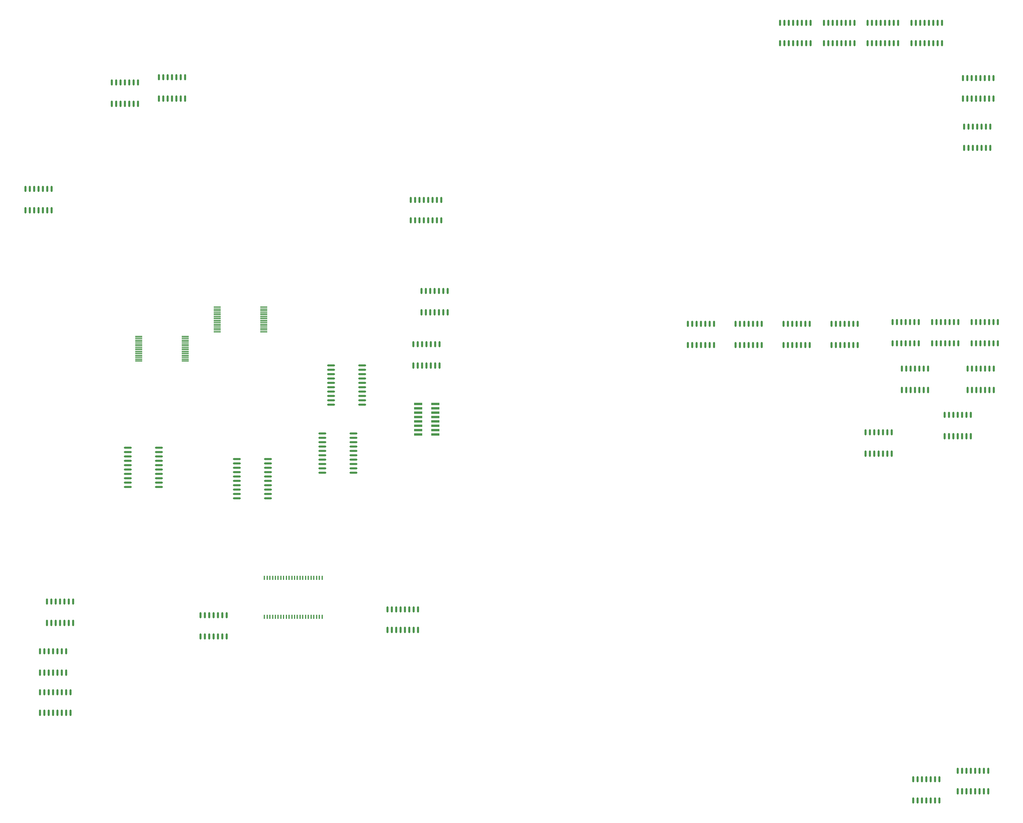
<source format=gtp>
G04 Layer: TopPasteMaskLayer*
G04 EasyEDA v6.4.25, 2021-12-08T18:35:49--6:00*
G04 986698a7ba0b47aaa227ef1f9665312c,06444aca9169495d970130cf6b44ba93,10*
G04 Gerber Generator version 0.2*
G04 Scale: 100 percent, Rotated: No, Reflected: No *
G04 Dimensions in millimeters *
G04 leading zeros omitted , absolute positions ,4 integer and 5 decimal *
%FSLAX45Y45*%
%MOMM*%

%ADD12C,0.6000*%
%ADD15R,2.0000X0.3500*%
%ADD16R,2.4003X0.8001*%
%ADD17R,0.4572X1.3081*%

%LPD*%
D12*
X3162300Y-4573579D02*
G01*
X3162300Y-4453580D01*
X3289300Y-4573579D02*
G01*
X3289300Y-4453580D01*
X3416300Y-4573579D02*
G01*
X3416300Y-4453580D01*
X3543300Y-4573579D02*
G01*
X3543300Y-4453580D01*
X3670300Y-4573579D02*
G01*
X3670300Y-4453580D01*
X3797300Y-4573579D02*
G01*
X3797300Y-4453580D01*
X3924300Y-4573579D02*
G01*
X3924300Y-4453580D01*
X3162300Y-3953819D02*
G01*
X3162300Y-3833820D01*
X3289300Y-3953819D02*
G01*
X3289300Y-3833820D01*
X3416300Y-3953819D02*
G01*
X3416300Y-3833820D01*
X3543300Y-3953819D02*
G01*
X3543300Y-3833820D01*
X3670300Y-3953819D02*
G01*
X3670300Y-3833820D01*
X3797300Y-3953819D02*
G01*
X3797300Y-3833820D01*
X3924300Y-3953819D02*
G01*
X3924300Y-3833820D01*
X647725Y-7672379D02*
G01*
X647725Y-7552380D01*
X774725Y-7672379D02*
G01*
X774725Y-7552380D01*
X901725Y-7672379D02*
G01*
X901725Y-7552380D01*
X1028725Y-7672379D02*
G01*
X1028725Y-7552380D01*
X1155725Y-7672379D02*
G01*
X1155725Y-7552380D01*
X1282725Y-7672379D02*
G01*
X1282725Y-7552380D01*
X1409725Y-7672379D02*
G01*
X1409725Y-7552380D01*
X647725Y-7052619D02*
G01*
X647725Y-6932620D01*
X774725Y-7052619D02*
G01*
X774725Y-6932620D01*
X901725Y-7052619D02*
G01*
X901725Y-6932620D01*
X1028725Y-7052619D02*
G01*
X1028725Y-6932620D01*
X1155725Y-7052619D02*
G01*
X1155725Y-6932620D01*
X1282725Y-7052619D02*
G01*
X1282725Y-6932620D01*
X1409725Y-7052619D02*
G01*
X1409725Y-6932620D01*
X11938000Y-12193579D02*
G01*
X11938000Y-12073580D01*
X12065000Y-12193579D02*
G01*
X12065000Y-12073580D01*
X12192000Y-12193579D02*
G01*
X12192000Y-12073580D01*
X12319000Y-12193579D02*
G01*
X12319000Y-12073580D01*
X12446000Y-12193579D02*
G01*
X12446000Y-12073580D01*
X12573000Y-12193579D02*
G01*
X12573000Y-12073580D01*
X12700000Y-12193579D02*
G01*
X12700000Y-12073580D01*
X11938000Y-11573819D02*
G01*
X11938000Y-11453820D01*
X12065000Y-11573819D02*
G01*
X12065000Y-11453820D01*
X12192000Y-11573819D02*
G01*
X12192000Y-11453820D01*
X12319000Y-11573819D02*
G01*
X12319000Y-11453820D01*
X12446000Y-11573819D02*
G01*
X12446000Y-11453820D01*
X12573000Y-11573819D02*
G01*
X12573000Y-11453820D01*
X12700000Y-11573819D02*
G01*
X12700000Y-11453820D01*
X3536711Y-14528800D02*
G01*
X3706710Y-14528800D01*
X3536711Y-14655800D02*
G01*
X3706710Y-14655800D01*
X3536711Y-14782800D02*
G01*
X3706710Y-14782800D01*
X3536711Y-14909800D02*
G01*
X3706710Y-14909800D01*
X3536711Y-15036800D02*
G01*
X3706710Y-15036800D01*
X3536711Y-15163800D02*
G01*
X3706710Y-15163800D01*
X3536711Y-15290800D02*
G01*
X3706710Y-15290800D01*
X3536711Y-15417800D02*
G01*
X3706710Y-15417800D01*
X3536711Y-15544800D02*
G01*
X3706710Y-15544800D01*
X3536711Y-15671800D02*
G01*
X3706710Y-15671800D01*
X4446689Y-14528800D02*
G01*
X4616688Y-14528800D01*
X4446689Y-14655800D02*
G01*
X4616688Y-14655800D01*
X4446689Y-14782800D02*
G01*
X4616688Y-14782800D01*
X4446689Y-14909800D02*
G01*
X4616688Y-14909800D01*
X4446689Y-15036800D02*
G01*
X4616688Y-15036800D01*
X4446689Y-15163800D02*
G01*
X4616688Y-15163800D01*
X4446689Y-15290800D02*
G01*
X4616688Y-15290800D01*
X4446689Y-15417800D02*
G01*
X4616688Y-15417800D01*
X4446689Y-15544800D02*
G01*
X4616688Y-15544800D01*
X4446689Y-15671800D02*
G01*
X4616688Y-15671800D01*
X9454911Y-12128500D02*
G01*
X9624910Y-12128500D01*
X9454911Y-12255500D02*
G01*
X9624910Y-12255500D01*
X9454911Y-12382500D02*
G01*
X9624910Y-12382500D01*
X9454911Y-12509500D02*
G01*
X9624910Y-12509500D01*
X9454911Y-12636500D02*
G01*
X9624910Y-12636500D01*
X9454911Y-12763500D02*
G01*
X9624910Y-12763500D01*
X9454911Y-12890500D02*
G01*
X9624910Y-12890500D01*
X9454911Y-13017500D02*
G01*
X9624910Y-13017500D01*
X9454911Y-13144500D02*
G01*
X9624910Y-13144500D01*
X9454911Y-13271500D02*
G01*
X9624910Y-13271500D01*
X10364889Y-12128500D02*
G01*
X10534888Y-12128500D01*
X10364889Y-12255500D02*
G01*
X10534888Y-12255500D01*
X10364889Y-12382500D02*
G01*
X10534888Y-12382500D01*
X10364889Y-12509500D02*
G01*
X10534888Y-12509500D01*
X10364889Y-12636500D02*
G01*
X10534888Y-12636500D01*
X10364889Y-12763500D02*
G01*
X10534888Y-12763500D01*
X10364889Y-12890500D02*
G01*
X10534888Y-12890500D01*
X10364889Y-13017500D02*
G01*
X10534888Y-13017500D01*
X10364889Y-13144500D02*
G01*
X10534888Y-13144500D01*
X10364889Y-13271500D02*
G01*
X10534888Y-13271500D01*
X6711711Y-14859000D02*
G01*
X6881710Y-14859000D01*
X6711711Y-14986000D02*
G01*
X6881710Y-14986000D01*
X6711711Y-15113000D02*
G01*
X6881710Y-15113000D01*
X6711711Y-15240000D02*
G01*
X6881710Y-15240000D01*
X6711711Y-15367000D02*
G01*
X6881710Y-15367000D01*
X6711711Y-15494000D02*
G01*
X6881710Y-15494000D01*
X6711711Y-15621000D02*
G01*
X6881710Y-15621000D01*
X6711711Y-15748000D02*
G01*
X6881710Y-15748000D01*
X6711711Y-15875000D02*
G01*
X6881710Y-15875000D01*
X6711711Y-16002000D02*
G01*
X6881710Y-16002000D01*
X7621689Y-14859000D02*
G01*
X7791688Y-14859000D01*
X7621689Y-14986000D02*
G01*
X7791688Y-14986000D01*
X7621689Y-15113000D02*
G01*
X7791688Y-15113000D01*
X7621689Y-15240000D02*
G01*
X7791688Y-15240000D01*
X7621689Y-15367000D02*
G01*
X7791688Y-15367000D01*
X7621689Y-15494000D02*
G01*
X7791688Y-15494000D01*
X7621689Y-15621000D02*
G01*
X7791688Y-15621000D01*
X7621689Y-15748000D02*
G01*
X7791688Y-15748000D01*
X7621689Y-15875000D02*
G01*
X7791688Y-15875000D01*
X7621689Y-16002000D02*
G01*
X7791688Y-16002000D01*
X9200911Y-14109700D02*
G01*
X9370910Y-14109700D01*
X9200911Y-14236700D02*
G01*
X9370910Y-14236700D01*
X9200911Y-14363700D02*
G01*
X9370910Y-14363700D01*
X9200911Y-14490700D02*
G01*
X9370910Y-14490700D01*
X9200911Y-14617700D02*
G01*
X9370910Y-14617700D01*
X9200911Y-14744700D02*
G01*
X9370910Y-14744700D01*
X9200911Y-14871700D02*
G01*
X9370910Y-14871700D01*
X9200911Y-14998700D02*
G01*
X9370910Y-14998700D01*
X9200911Y-15125700D02*
G01*
X9370910Y-15125700D01*
X9200911Y-15252700D02*
G01*
X9370910Y-15252700D01*
X10110889Y-14109700D02*
G01*
X10280888Y-14109700D01*
X10110889Y-14236700D02*
G01*
X10280888Y-14236700D01*
X10110889Y-14363700D02*
G01*
X10280888Y-14363700D01*
X10110889Y-14490700D02*
G01*
X10280888Y-14490700D01*
X10110889Y-14617700D02*
G01*
X10280888Y-14617700D01*
X10110889Y-14744700D02*
G01*
X10280888Y-14744700D01*
X10110889Y-14871700D02*
G01*
X10280888Y-14871700D01*
X10110889Y-14998700D02*
G01*
X10280888Y-14998700D01*
X10110889Y-15125700D02*
G01*
X10280888Y-15125700D01*
X10110889Y-15252700D02*
G01*
X10280888Y-15252700D01*
X24781941Y-2213919D02*
G01*
X24781941Y-2093920D01*
X24654941Y-2213919D02*
G01*
X24654941Y-2093920D01*
X24527941Y-2213919D02*
G01*
X24527941Y-2093920D01*
X24400941Y-2213919D02*
G01*
X24400941Y-2093920D01*
X24273941Y-2213919D02*
G01*
X24273941Y-2093920D01*
X24146941Y-2213919D02*
G01*
X24146941Y-2093920D01*
X24019941Y-2213919D02*
G01*
X24019941Y-2093920D01*
X23892941Y-2213919D02*
G01*
X23892941Y-2093920D01*
X24781941Y-2808279D02*
G01*
X24781941Y-2688280D01*
X24654941Y-2808279D02*
G01*
X24654941Y-2688280D01*
X24527941Y-2808279D02*
G01*
X24527941Y-2688280D01*
X24400941Y-2808279D02*
G01*
X24400941Y-2688280D01*
X24273941Y-2808279D02*
G01*
X24273941Y-2688280D01*
X24146941Y-2808279D02*
G01*
X24146941Y-2688280D01*
X24019941Y-2808279D02*
G01*
X24019941Y-2688280D01*
X23892941Y-2808279D02*
G01*
X23892941Y-2688280D01*
X23507700Y-2213919D02*
G01*
X23507700Y-2093920D01*
X23380700Y-2213919D02*
G01*
X23380700Y-2093920D01*
X23253700Y-2213919D02*
G01*
X23253700Y-2093920D01*
X23126700Y-2213919D02*
G01*
X23126700Y-2093920D01*
X22999700Y-2213919D02*
G01*
X22999700Y-2093920D01*
X22872700Y-2213919D02*
G01*
X22872700Y-2093920D01*
X22745700Y-2213919D02*
G01*
X22745700Y-2093920D01*
X22618700Y-2213919D02*
G01*
X22618700Y-2093920D01*
X23507700Y-2808279D02*
G01*
X23507700Y-2688280D01*
X23380700Y-2808279D02*
G01*
X23380700Y-2688280D01*
X23253700Y-2808279D02*
G01*
X23253700Y-2688280D01*
X23126700Y-2808279D02*
G01*
X23126700Y-2688280D01*
X22999700Y-2808279D02*
G01*
X22999700Y-2688280D01*
X22872700Y-2808279D02*
G01*
X22872700Y-2688280D01*
X22745700Y-2808279D02*
G01*
X22745700Y-2688280D01*
X22618700Y-2808279D02*
G01*
X22618700Y-2688280D01*
X27330400Y-2213919D02*
G01*
X27330400Y-2093920D01*
X27203400Y-2213919D02*
G01*
X27203400Y-2093920D01*
X27076400Y-2213919D02*
G01*
X27076400Y-2093920D01*
X26949400Y-2213919D02*
G01*
X26949400Y-2093920D01*
X26822400Y-2213919D02*
G01*
X26822400Y-2093920D01*
X26695400Y-2213919D02*
G01*
X26695400Y-2093920D01*
X26568400Y-2213919D02*
G01*
X26568400Y-2093920D01*
X26441400Y-2213919D02*
G01*
X26441400Y-2093920D01*
X27330400Y-2808279D02*
G01*
X27330400Y-2688280D01*
X27203400Y-2808279D02*
G01*
X27203400Y-2688280D01*
X27076400Y-2808279D02*
G01*
X27076400Y-2688280D01*
X26949400Y-2808279D02*
G01*
X26949400Y-2688280D01*
X26822400Y-2808279D02*
G01*
X26822400Y-2688280D01*
X26695400Y-2808279D02*
G01*
X26695400Y-2688280D01*
X26568400Y-2808279D02*
G01*
X26568400Y-2688280D01*
X26441400Y-2808279D02*
G01*
X26441400Y-2688280D01*
X26056158Y-2213919D02*
G01*
X26056158Y-2093920D01*
X25929158Y-2213919D02*
G01*
X25929158Y-2093920D01*
X25802158Y-2213919D02*
G01*
X25802158Y-2093920D01*
X25675158Y-2213919D02*
G01*
X25675158Y-2093920D01*
X25548158Y-2213919D02*
G01*
X25548158Y-2093920D01*
X25421158Y-2213919D02*
G01*
X25421158Y-2093920D01*
X25294158Y-2213919D02*
G01*
X25294158Y-2093920D01*
X25167158Y-2213919D02*
G01*
X25167158Y-2093920D01*
X26056158Y-2808279D02*
G01*
X26056158Y-2688280D01*
X25929158Y-2808279D02*
G01*
X25929158Y-2688280D01*
X25802158Y-2808279D02*
G01*
X25802158Y-2688280D01*
X25675158Y-2808279D02*
G01*
X25675158Y-2688280D01*
X25548158Y-2808279D02*
G01*
X25548158Y-2688280D01*
X25421158Y-2808279D02*
G01*
X25421158Y-2688280D01*
X25294158Y-2808279D02*
G01*
X25294158Y-2688280D01*
X25167158Y-2808279D02*
G01*
X25167158Y-2688280D01*
X19928103Y-11596679D02*
G01*
X19928103Y-11476680D01*
X20055103Y-11596679D02*
G01*
X20055103Y-11476680D01*
X20182103Y-11596679D02*
G01*
X20182103Y-11476680D01*
X20309103Y-11596679D02*
G01*
X20309103Y-11476680D01*
X20436103Y-11596679D02*
G01*
X20436103Y-11476680D01*
X20563103Y-11596679D02*
G01*
X20563103Y-11476680D01*
X20690103Y-11596679D02*
G01*
X20690103Y-11476680D01*
X19928103Y-10976919D02*
G01*
X19928103Y-10856920D01*
X20055103Y-10976919D02*
G01*
X20055103Y-10856920D01*
X20182103Y-10976919D02*
G01*
X20182103Y-10856920D01*
X20309103Y-10976919D02*
G01*
X20309103Y-10856920D01*
X20436103Y-10976919D02*
G01*
X20436103Y-10856920D01*
X20563103Y-10976919D02*
G01*
X20563103Y-10856920D01*
X20690103Y-10976919D02*
G01*
X20690103Y-10856920D01*
X21323300Y-11596679D02*
G01*
X21323300Y-11476680D01*
X21450300Y-11596679D02*
G01*
X21450300Y-11476680D01*
X21577300Y-11596679D02*
G01*
X21577300Y-11476680D01*
X21704300Y-11596679D02*
G01*
X21704300Y-11476680D01*
X21831300Y-11596679D02*
G01*
X21831300Y-11476680D01*
X21958300Y-11596679D02*
G01*
X21958300Y-11476680D01*
X22085300Y-11596679D02*
G01*
X22085300Y-11476680D01*
X21323300Y-10976919D02*
G01*
X21323300Y-10856920D01*
X21450300Y-10976919D02*
G01*
X21450300Y-10856920D01*
X21577300Y-10976919D02*
G01*
X21577300Y-10856920D01*
X21704300Y-10976919D02*
G01*
X21704300Y-10856920D01*
X21831300Y-10976919D02*
G01*
X21831300Y-10856920D01*
X21958300Y-10976919D02*
G01*
X21958300Y-10856920D01*
X22085300Y-10976919D02*
G01*
X22085300Y-10856920D01*
X22718496Y-11596679D02*
G01*
X22718496Y-11476680D01*
X22845496Y-11596679D02*
G01*
X22845496Y-11476680D01*
X22972496Y-11596679D02*
G01*
X22972496Y-11476680D01*
X23099496Y-11596679D02*
G01*
X23099496Y-11476680D01*
X23226496Y-11596679D02*
G01*
X23226496Y-11476680D01*
X23353496Y-11596679D02*
G01*
X23353496Y-11476680D01*
X23480496Y-11596679D02*
G01*
X23480496Y-11476680D01*
X22718496Y-10976919D02*
G01*
X22718496Y-10856920D01*
X22845496Y-10976919D02*
G01*
X22845496Y-10856920D01*
X22972496Y-10976919D02*
G01*
X22972496Y-10856920D01*
X23099496Y-10976919D02*
G01*
X23099496Y-10856920D01*
X23226496Y-10976919D02*
G01*
X23226496Y-10856920D01*
X23353496Y-10976919D02*
G01*
X23353496Y-10856920D01*
X23480496Y-10976919D02*
G01*
X23480496Y-10856920D01*
X24113667Y-11596679D02*
G01*
X24113667Y-11476680D01*
X24240667Y-11596679D02*
G01*
X24240667Y-11476680D01*
X24367667Y-11596679D02*
G01*
X24367667Y-11476680D01*
X24494667Y-11596679D02*
G01*
X24494667Y-11476680D01*
X24621667Y-11596679D02*
G01*
X24621667Y-11476680D01*
X24748667Y-11596679D02*
G01*
X24748667Y-11476680D01*
X24875667Y-11596679D02*
G01*
X24875667Y-11476680D01*
X24113667Y-10976919D02*
G01*
X24113667Y-10856920D01*
X24240667Y-10976919D02*
G01*
X24240667Y-10856920D01*
X24367667Y-10976919D02*
G01*
X24367667Y-10856920D01*
X24494667Y-10976919D02*
G01*
X24494667Y-10856920D01*
X24621667Y-10976919D02*
G01*
X24621667Y-10856920D01*
X24748667Y-10976919D02*
G01*
X24748667Y-10856920D01*
X24875667Y-10976919D02*
G01*
X24875667Y-10856920D01*
X28079700Y-12904779D02*
G01*
X28079700Y-12784780D01*
X28206700Y-12904779D02*
G01*
X28206700Y-12784780D01*
X28333700Y-12904779D02*
G01*
X28333700Y-12784780D01*
X28460700Y-12904779D02*
G01*
X28460700Y-12784780D01*
X28587700Y-12904779D02*
G01*
X28587700Y-12784780D01*
X28714700Y-12904779D02*
G01*
X28714700Y-12784780D01*
X28841700Y-12904779D02*
G01*
X28841700Y-12784780D01*
X28079700Y-12285019D02*
G01*
X28079700Y-12165020D01*
X28206700Y-12285019D02*
G01*
X28206700Y-12165020D01*
X28333700Y-12285019D02*
G01*
X28333700Y-12165020D01*
X28460700Y-12285019D02*
G01*
X28460700Y-12165020D01*
X28587700Y-12285019D02*
G01*
X28587700Y-12165020D01*
X28714700Y-12285019D02*
G01*
X28714700Y-12165020D01*
X28841700Y-12285019D02*
G01*
X28841700Y-12165020D01*
X26162000Y-12904779D02*
G01*
X26162000Y-12784780D01*
X26289000Y-12904779D02*
G01*
X26289000Y-12784780D01*
X26416000Y-12904779D02*
G01*
X26416000Y-12784780D01*
X26543000Y-12904779D02*
G01*
X26543000Y-12784780D01*
X26670000Y-12904779D02*
G01*
X26670000Y-12784780D01*
X26797000Y-12904779D02*
G01*
X26797000Y-12784780D01*
X26924000Y-12904779D02*
G01*
X26924000Y-12784780D01*
X26162000Y-12285019D02*
G01*
X26162000Y-12165020D01*
X26289000Y-12285019D02*
G01*
X26289000Y-12165020D01*
X26416000Y-12285019D02*
G01*
X26416000Y-12165020D01*
X26543000Y-12285019D02*
G01*
X26543000Y-12165020D01*
X26670000Y-12285019D02*
G01*
X26670000Y-12165020D01*
X26797000Y-12285019D02*
G01*
X26797000Y-12165020D01*
X26924000Y-12285019D02*
G01*
X26924000Y-12165020D01*
X27406600Y-14250979D02*
G01*
X27406600Y-14130980D01*
X27533600Y-14250979D02*
G01*
X27533600Y-14130980D01*
X27660600Y-14250979D02*
G01*
X27660600Y-14130980D01*
X27787600Y-14250979D02*
G01*
X27787600Y-14130980D01*
X27914600Y-14250979D02*
G01*
X27914600Y-14130980D01*
X28041600Y-14250979D02*
G01*
X28041600Y-14130980D01*
X28168600Y-14250979D02*
G01*
X28168600Y-14130980D01*
X27406600Y-13631219D02*
G01*
X27406600Y-13511220D01*
X27533600Y-13631219D02*
G01*
X27533600Y-13511220D01*
X27660600Y-13631219D02*
G01*
X27660600Y-13511220D01*
X27787600Y-13631219D02*
G01*
X27787600Y-13511220D01*
X27914600Y-13631219D02*
G01*
X27914600Y-13511220D01*
X28041600Y-13631219D02*
G01*
X28041600Y-13511220D01*
X28168600Y-13631219D02*
G01*
X28168600Y-13511220D01*
X28194000Y-11545879D02*
G01*
X28194000Y-11425880D01*
X28321000Y-11545879D02*
G01*
X28321000Y-11425880D01*
X28448000Y-11545879D02*
G01*
X28448000Y-11425880D01*
X28575000Y-11545879D02*
G01*
X28575000Y-11425880D01*
X28702000Y-11545879D02*
G01*
X28702000Y-11425880D01*
X28829000Y-11545879D02*
G01*
X28829000Y-11425880D01*
X28956000Y-11545879D02*
G01*
X28956000Y-11425880D01*
X28194000Y-10926119D02*
G01*
X28194000Y-10806120D01*
X28321000Y-10926119D02*
G01*
X28321000Y-10806120D01*
X28448000Y-10926119D02*
G01*
X28448000Y-10806120D01*
X28575000Y-10926119D02*
G01*
X28575000Y-10806120D01*
X28702000Y-10926119D02*
G01*
X28702000Y-10806120D01*
X28829000Y-10926119D02*
G01*
X28829000Y-10806120D01*
X28956000Y-10926119D02*
G01*
X28956000Y-10806120D01*
X25895300Y-11545879D02*
G01*
X25895300Y-11425880D01*
X26022300Y-11545879D02*
G01*
X26022300Y-11425880D01*
X26149300Y-11545879D02*
G01*
X26149300Y-11425880D01*
X26276300Y-11545879D02*
G01*
X26276300Y-11425880D01*
X26403300Y-11545879D02*
G01*
X26403300Y-11425880D01*
X26530300Y-11545879D02*
G01*
X26530300Y-11425880D01*
X26657300Y-11545879D02*
G01*
X26657300Y-11425880D01*
X25895300Y-10926119D02*
G01*
X25895300Y-10806120D01*
X26022300Y-10926119D02*
G01*
X26022300Y-10806120D01*
X26149300Y-10926119D02*
G01*
X26149300Y-10806120D01*
X26276300Y-10926119D02*
G01*
X26276300Y-10806120D01*
X26403300Y-10926119D02*
G01*
X26403300Y-10806120D01*
X26530300Y-10926119D02*
G01*
X26530300Y-10806120D01*
X26657300Y-10926119D02*
G01*
X26657300Y-10806120D01*
X27044650Y-11545879D02*
G01*
X27044650Y-11425880D01*
X27171650Y-11545879D02*
G01*
X27171650Y-11425880D01*
X27298650Y-11545879D02*
G01*
X27298650Y-11425880D01*
X27425650Y-11545879D02*
G01*
X27425650Y-11425880D01*
X27552650Y-11545879D02*
G01*
X27552650Y-11425880D01*
X27679650Y-11545879D02*
G01*
X27679650Y-11425880D01*
X27806650Y-11545879D02*
G01*
X27806650Y-11425880D01*
X27044650Y-10926119D02*
G01*
X27044650Y-10806120D01*
X27171650Y-10926119D02*
G01*
X27171650Y-10806120D01*
X27298650Y-10926119D02*
G01*
X27298650Y-10806120D01*
X27425650Y-10926119D02*
G01*
X27425650Y-10806120D01*
X27552650Y-10926119D02*
G01*
X27552650Y-10806120D01*
X27679650Y-10926119D02*
G01*
X27679650Y-10806120D01*
X27806650Y-10926119D02*
G01*
X27806650Y-10806120D01*
X25107900Y-14758979D02*
G01*
X25107900Y-14638980D01*
X25234900Y-14758979D02*
G01*
X25234900Y-14638980D01*
X25361900Y-14758979D02*
G01*
X25361900Y-14638980D01*
X25488900Y-14758979D02*
G01*
X25488900Y-14638980D01*
X25615900Y-14758979D02*
G01*
X25615900Y-14638980D01*
X25742900Y-14758979D02*
G01*
X25742900Y-14638980D01*
X25869900Y-14758979D02*
G01*
X25869900Y-14638980D01*
X25107900Y-14139219D02*
G01*
X25107900Y-14019220D01*
X25234900Y-14139219D02*
G01*
X25234900Y-14019220D01*
X25361900Y-14139219D02*
G01*
X25361900Y-14019220D01*
X25488900Y-14139219D02*
G01*
X25488900Y-14019220D01*
X25615900Y-14139219D02*
G01*
X25615900Y-14019220D01*
X25742900Y-14139219D02*
G01*
X25742900Y-14019220D01*
X25869900Y-14139219D02*
G01*
X25869900Y-14019220D01*
X5740400Y-20080279D02*
G01*
X5740400Y-19960280D01*
X5867400Y-20080279D02*
G01*
X5867400Y-19960280D01*
X5994400Y-20080279D02*
G01*
X5994400Y-19960280D01*
X6121400Y-20080279D02*
G01*
X6121400Y-19960280D01*
X6248400Y-20080279D02*
G01*
X6248400Y-19960280D01*
X6375400Y-20080279D02*
G01*
X6375400Y-19960280D01*
X6502400Y-20080279D02*
G01*
X6502400Y-19960280D01*
X5740400Y-19460519D02*
G01*
X5740400Y-19340520D01*
X5867400Y-19460519D02*
G01*
X5867400Y-19340520D01*
X5994400Y-19460519D02*
G01*
X5994400Y-19340520D01*
X6121400Y-19460519D02*
G01*
X6121400Y-19340520D01*
X6248400Y-19460519D02*
G01*
X6248400Y-19340520D01*
X6375400Y-19460519D02*
G01*
X6375400Y-19340520D01*
X6502400Y-19460519D02*
G01*
X6502400Y-19340520D01*
X4533900Y-4421179D02*
G01*
X4533900Y-4301180D01*
X4660900Y-4421179D02*
G01*
X4660900Y-4301180D01*
X4787900Y-4421179D02*
G01*
X4787900Y-4301180D01*
X4914900Y-4421179D02*
G01*
X4914900Y-4301180D01*
X5041900Y-4421179D02*
G01*
X5041900Y-4301180D01*
X5168900Y-4421179D02*
G01*
X5168900Y-4301180D01*
X5295900Y-4421179D02*
G01*
X5295900Y-4301180D01*
X4533900Y-3801419D02*
G01*
X4533900Y-3681420D01*
X4660900Y-3801419D02*
G01*
X4660900Y-3681420D01*
X4787900Y-3801419D02*
G01*
X4787900Y-3681420D01*
X4914900Y-3801419D02*
G01*
X4914900Y-3681420D01*
X5041900Y-3801419D02*
G01*
X5041900Y-3681420D01*
X5168900Y-3801419D02*
G01*
X5168900Y-3681420D01*
X5295900Y-3801419D02*
G01*
X5295900Y-3681420D01*
X1066800Y-22182780D02*
G01*
X1066800Y-22302779D01*
X1193800Y-22182780D02*
G01*
X1193800Y-22302779D01*
X1320800Y-22182780D02*
G01*
X1320800Y-22302779D01*
X1447800Y-22182780D02*
G01*
X1447800Y-22302779D01*
X1574800Y-22182780D02*
G01*
X1574800Y-22302779D01*
X1701800Y-22182780D02*
G01*
X1701800Y-22302779D01*
X1828800Y-22182780D02*
G01*
X1828800Y-22302779D01*
X1955800Y-22182780D02*
G01*
X1955800Y-22302779D01*
X1066800Y-21588420D02*
G01*
X1066800Y-21708419D01*
X1193800Y-21588420D02*
G01*
X1193800Y-21708419D01*
X1320800Y-21588420D02*
G01*
X1320800Y-21708419D01*
X1447800Y-21588420D02*
G01*
X1447800Y-21708419D01*
X1574800Y-21588420D02*
G01*
X1574800Y-21708419D01*
X1701800Y-21588420D02*
G01*
X1701800Y-21708419D01*
X1828800Y-21588420D02*
G01*
X1828800Y-21708419D01*
X1955800Y-21588420D02*
G01*
X1955800Y-21708419D01*
X1066800Y-21134379D02*
G01*
X1066800Y-21014380D01*
X1193800Y-21134379D02*
G01*
X1193800Y-21014380D01*
X1320800Y-21134379D02*
G01*
X1320800Y-21014380D01*
X1447800Y-21134379D02*
G01*
X1447800Y-21014380D01*
X1574800Y-21134379D02*
G01*
X1574800Y-21014380D01*
X1701800Y-21134379D02*
G01*
X1701800Y-21014380D01*
X1828800Y-21134379D02*
G01*
X1828800Y-21014380D01*
X1066800Y-20514619D02*
G01*
X1066800Y-20394620D01*
X1193800Y-20514619D02*
G01*
X1193800Y-20394620D01*
X1320800Y-20514619D02*
G01*
X1320800Y-20394620D01*
X1447800Y-20514619D02*
G01*
X1447800Y-20394620D01*
X1574800Y-20514619D02*
G01*
X1574800Y-20394620D01*
X1701800Y-20514619D02*
G01*
X1701800Y-20394620D01*
X1828800Y-20514619D02*
G01*
X1828800Y-20394620D01*
X12750800Y-7370119D02*
G01*
X12750800Y-7250120D01*
X12623800Y-7370119D02*
G01*
X12623800Y-7250120D01*
X12496800Y-7370119D02*
G01*
X12496800Y-7250120D01*
X12369800Y-7370119D02*
G01*
X12369800Y-7250120D01*
X12242800Y-7370119D02*
G01*
X12242800Y-7250120D01*
X12115800Y-7370119D02*
G01*
X12115800Y-7250120D01*
X11988800Y-7370119D02*
G01*
X11988800Y-7250120D01*
X11861800Y-7370119D02*
G01*
X11861800Y-7250120D01*
X12750800Y-7964479D02*
G01*
X12750800Y-7844480D01*
X12623800Y-7964479D02*
G01*
X12623800Y-7844480D01*
X12496800Y-7964479D02*
G01*
X12496800Y-7844480D01*
X12369800Y-7964479D02*
G01*
X12369800Y-7844480D01*
X12242800Y-7964479D02*
G01*
X12242800Y-7844480D01*
X12115800Y-7964479D02*
G01*
X12115800Y-7844480D01*
X11988800Y-7964479D02*
G01*
X11988800Y-7844480D01*
X11861800Y-7964479D02*
G01*
X11861800Y-7844480D01*
X12179300Y-10644179D02*
G01*
X12179300Y-10524180D01*
X12306300Y-10644179D02*
G01*
X12306300Y-10524180D01*
X12433300Y-10644179D02*
G01*
X12433300Y-10524180D01*
X12560300Y-10644179D02*
G01*
X12560300Y-10524180D01*
X12687300Y-10644179D02*
G01*
X12687300Y-10524180D01*
X12814300Y-10644179D02*
G01*
X12814300Y-10524180D01*
X12941300Y-10644179D02*
G01*
X12941300Y-10524180D01*
X12179300Y-10024419D02*
G01*
X12179300Y-9904420D01*
X12306300Y-10024419D02*
G01*
X12306300Y-9904420D01*
X12433300Y-10024419D02*
G01*
X12433300Y-9904420D01*
X12560300Y-10024419D02*
G01*
X12560300Y-9904420D01*
X12687300Y-10024419D02*
G01*
X12687300Y-9904420D01*
X12814300Y-10024419D02*
G01*
X12814300Y-9904420D01*
X12941300Y-10024419D02*
G01*
X12941300Y-9904420D01*
X12077700Y-19295419D02*
G01*
X12077700Y-19175420D01*
X11950700Y-19295419D02*
G01*
X11950700Y-19175420D01*
X11823700Y-19295419D02*
G01*
X11823700Y-19175420D01*
X11696700Y-19295419D02*
G01*
X11696700Y-19175420D01*
X11569700Y-19295419D02*
G01*
X11569700Y-19175420D01*
X11442700Y-19295419D02*
G01*
X11442700Y-19175420D01*
X11315700Y-19295419D02*
G01*
X11315700Y-19175420D01*
X11188700Y-19295419D02*
G01*
X11188700Y-19175420D01*
X12077700Y-19889779D02*
G01*
X12077700Y-19769780D01*
X11950700Y-19889779D02*
G01*
X11950700Y-19769780D01*
X11823700Y-19889779D02*
G01*
X11823700Y-19769780D01*
X11696700Y-19889779D02*
G01*
X11696700Y-19769780D01*
X11569700Y-19889779D02*
G01*
X11569700Y-19769780D01*
X11442700Y-19889779D02*
G01*
X11442700Y-19769780D01*
X11315700Y-19889779D02*
G01*
X11315700Y-19769780D01*
X11188700Y-19889779D02*
G01*
X11188700Y-19769780D01*
X28829000Y-3826819D02*
G01*
X28829000Y-3706820D01*
X28702000Y-3826819D02*
G01*
X28702000Y-3706820D01*
X28575000Y-3826819D02*
G01*
X28575000Y-3706820D01*
X28448000Y-3826819D02*
G01*
X28448000Y-3706820D01*
X28321000Y-3826819D02*
G01*
X28321000Y-3706820D01*
X28194000Y-3826819D02*
G01*
X28194000Y-3706820D01*
X28067000Y-3826819D02*
G01*
X28067000Y-3706820D01*
X27940000Y-3826819D02*
G01*
X27940000Y-3706820D01*
X28829000Y-4421179D02*
G01*
X28829000Y-4301180D01*
X28702000Y-4421179D02*
G01*
X28702000Y-4301180D01*
X28575000Y-4421179D02*
G01*
X28575000Y-4301180D01*
X28448000Y-4421179D02*
G01*
X28448000Y-4301180D01*
X28321000Y-4421179D02*
G01*
X28321000Y-4301180D01*
X28194000Y-4421179D02*
G01*
X28194000Y-4301180D01*
X28067000Y-4421179D02*
G01*
X28067000Y-4301180D01*
X27940000Y-4421179D02*
G01*
X27940000Y-4301180D01*
X27978100Y-5856279D02*
G01*
X27978100Y-5736280D01*
X28105100Y-5856279D02*
G01*
X28105100Y-5736280D01*
X28232100Y-5856279D02*
G01*
X28232100Y-5736280D01*
X28359100Y-5856279D02*
G01*
X28359100Y-5736280D01*
X28486100Y-5856279D02*
G01*
X28486100Y-5736280D01*
X28613100Y-5856279D02*
G01*
X28613100Y-5736280D01*
X28740100Y-5856279D02*
G01*
X28740100Y-5736280D01*
X27978100Y-5236519D02*
G01*
X27978100Y-5116520D01*
X28105100Y-5236519D02*
G01*
X28105100Y-5116520D01*
X28232100Y-5236519D02*
G01*
X28232100Y-5116520D01*
X28359100Y-5236519D02*
G01*
X28359100Y-5116520D01*
X28486100Y-5236519D02*
G01*
X28486100Y-5116520D01*
X28613100Y-5236519D02*
G01*
X28613100Y-5116520D01*
X28740100Y-5236519D02*
G01*
X28740100Y-5116520D01*
X28676600Y-23994419D02*
G01*
X28676600Y-23874420D01*
X28549600Y-23994419D02*
G01*
X28549600Y-23874420D01*
X28422600Y-23994419D02*
G01*
X28422600Y-23874420D01*
X28295600Y-23994419D02*
G01*
X28295600Y-23874420D01*
X28168600Y-23994419D02*
G01*
X28168600Y-23874420D01*
X28041600Y-23994419D02*
G01*
X28041600Y-23874420D01*
X27914600Y-23994419D02*
G01*
X27914600Y-23874420D01*
X27787600Y-23994419D02*
G01*
X27787600Y-23874420D01*
X28676600Y-24588779D02*
G01*
X28676600Y-24468780D01*
X28549600Y-24588779D02*
G01*
X28549600Y-24468780D01*
X28422600Y-24588779D02*
G01*
X28422600Y-24468780D01*
X28295600Y-24588779D02*
G01*
X28295600Y-24468780D01*
X28168600Y-24588779D02*
G01*
X28168600Y-24468780D01*
X28041600Y-24588779D02*
G01*
X28041600Y-24468780D01*
X27914600Y-24588779D02*
G01*
X27914600Y-24468780D01*
X27787600Y-24588779D02*
G01*
X27787600Y-24468780D01*
X27254200Y-24115720D02*
G01*
X27254200Y-24235719D01*
X27127200Y-24115720D02*
G01*
X27127200Y-24235719D01*
X27000200Y-24115720D02*
G01*
X27000200Y-24235719D01*
X26873200Y-24115720D02*
G01*
X26873200Y-24235719D01*
X26746200Y-24115720D02*
G01*
X26746200Y-24235719D01*
X26619200Y-24115720D02*
G01*
X26619200Y-24235719D01*
X26492200Y-24115720D02*
G01*
X26492200Y-24235719D01*
X27254200Y-24735480D02*
G01*
X27254200Y-24855479D01*
X27127200Y-24735480D02*
G01*
X27127200Y-24855479D01*
X27000200Y-24735480D02*
G01*
X27000200Y-24855479D01*
X26873200Y-24735480D02*
G01*
X26873200Y-24855479D01*
X26746200Y-24735480D02*
G01*
X26746200Y-24855479D01*
X26619200Y-24735480D02*
G01*
X26619200Y-24855479D01*
X26492200Y-24735480D02*
G01*
X26492200Y-24855479D01*
X1270000Y-19686579D02*
G01*
X1270000Y-19566580D01*
X1397000Y-19686579D02*
G01*
X1397000Y-19566580D01*
X1524000Y-19686579D02*
G01*
X1524000Y-19566580D01*
X1651000Y-19686579D02*
G01*
X1651000Y-19566580D01*
X1778000Y-19686579D02*
G01*
X1778000Y-19566580D01*
X1905000Y-19686579D02*
G01*
X1905000Y-19566580D01*
X2032000Y-19686579D02*
G01*
X2032000Y-19566580D01*
X1270000Y-19066819D02*
G01*
X1270000Y-18946820D01*
X1397000Y-19066819D02*
G01*
X1397000Y-18946820D01*
X1524000Y-19066819D02*
G01*
X1524000Y-18946820D01*
X1651000Y-19066819D02*
G01*
X1651000Y-18946820D01*
X1778000Y-19066819D02*
G01*
X1778000Y-18946820D01*
X1905000Y-19066819D02*
G01*
X1905000Y-18946820D01*
X2032000Y-19066819D02*
G01*
X2032000Y-18946820D01*
D15*
G01*
X6233795Y-10822533D03*
G01*
X6233795Y-10877550D03*
G01*
X6233795Y-10932540D03*
G01*
X6233795Y-10987531D03*
G01*
X6233795Y-11042548D03*
G01*
X6233795Y-11097539D03*
G01*
X6233795Y-11152530D03*
G01*
X7583830Y-11152530D03*
G01*
X7583830Y-11097539D03*
G01*
X7583830Y-11042522D03*
G01*
X7583830Y-10987531D03*
G01*
X7583830Y-10932515D03*
G01*
X7583830Y-10877499D03*
G01*
X7583830Y-10822508D03*
G01*
X7583830Y-10767491D03*
G01*
X7583830Y-10712500D03*
G01*
X7583830Y-10657484D03*
G01*
X7583830Y-10602468D03*
G01*
X7583830Y-10547477D03*
G01*
X7583830Y-10492460D03*
G01*
X7583830Y-10437469D03*
G01*
X6233795Y-10437545D03*
G01*
X6233795Y-10492536D03*
G01*
X6233795Y-10547527D03*
G01*
X6233795Y-10602544D03*
G01*
X6233795Y-10657535D03*
G01*
X6233795Y-10712551D03*
G01*
X6233795Y-10767542D03*
G01*
X3947795Y-11673433D03*
G01*
X3947795Y-11728450D03*
G01*
X3947795Y-11783440D03*
G01*
X3947795Y-11838431D03*
G01*
X3947795Y-11893448D03*
G01*
X3947795Y-11948439D03*
G01*
X3947795Y-12003430D03*
G01*
X5297830Y-12003430D03*
G01*
X5297830Y-11948439D03*
G01*
X5297830Y-11893422D03*
G01*
X5297830Y-11838431D03*
G01*
X5297830Y-11783415D03*
G01*
X5297830Y-11728399D03*
G01*
X5297830Y-11673408D03*
G01*
X5297830Y-11618391D03*
G01*
X5297830Y-11563400D03*
G01*
X5297830Y-11508384D03*
G01*
X5297830Y-11453368D03*
G01*
X5297830Y-11398377D03*
G01*
X5297830Y-11343360D03*
G01*
X5297830Y-11288369D03*
G01*
X3947795Y-11288445D03*
G01*
X3947795Y-11343436D03*
G01*
X3947795Y-11398427D03*
G01*
X3947795Y-11453444D03*
G01*
X3947795Y-11508435D03*
G01*
X3947795Y-11563451D03*
G01*
X3947795Y-11618442D03*
D16*
G01*
X12581636Y-14147800D03*
G01*
X12581636Y-14020800D03*
G01*
X12581636Y-13893800D03*
G01*
X12581636Y-13766800D03*
G01*
X12581636Y-13639800D03*
G01*
X12581636Y-13512800D03*
G01*
X12581636Y-13385800D03*
G01*
X12581636Y-13258800D03*
G01*
X12081763Y-13258800D03*
G01*
X12081763Y-13385800D03*
G01*
X12081763Y-13512800D03*
G01*
X12081763Y-13639800D03*
G01*
X12081763Y-13766800D03*
G01*
X12081763Y-13893800D03*
G01*
X12081763Y-14020800D03*
G01*
X12081763Y-14147800D03*
D17*
G01*
X7604759Y-19451193D03*
G01*
X7686040Y-19451193D03*
G01*
X7764779Y-19451193D03*
G01*
X7846059Y-19451193D03*
G01*
X7924800Y-19451193D03*
G01*
X8006079Y-19451193D03*
G01*
X8084820Y-19451193D03*
G01*
X8166100Y-19451193D03*
G01*
X8244840Y-19451193D03*
G01*
X8326120Y-19451193D03*
G01*
X8404859Y-19451193D03*
G01*
X8486140Y-19451193D03*
G01*
X8564879Y-19451193D03*
G01*
X8646159Y-19451193D03*
G01*
X8724900Y-19451193D03*
G01*
X8806179Y-19451193D03*
G01*
X8884920Y-19451193D03*
G01*
X8966200Y-19451193D03*
G01*
X9044940Y-19451193D03*
G01*
X9126220Y-19451193D03*
G01*
X9204959Y-19451193D03*
G01*
X9286240Y-19451193D03*
G01*
X9286240Y-18318353D03*
G01*
X9204959Y-18318353D03*
G01*
X9126220Y-18318353D03*
G01*
X9044940Y-18318353D03*
G01*
X8966200Y-18318353D03*
G01*
X8884920Y-18318353D03*
G01*
X8806179Y-18318353D03*
G01*
X8724900Y-18318353D03*
G01*
X8646159Y-18318353D03*
G01*
X8564879Y-18318353D03*
G01*
X8486140Y-18318353D03*
G01*
X8404859Y-18318353D03*
G01*
X8326120Y-18318353D03*
G01*
X8244840Y-18318353D03*
G01*
X8166100Y-18318353D03*
G01*
X8084820Y-18318353D03*
G01*
X8006079Y-18318353D03*
G01*
X7924800Y-18318353D03*
G01*
X7846059Y-18318353D03*
G01*
X7764779Y-18318353D03*
G01*
X7686040Y-18318353D03*
G01*
X7604759Y-18318353D03*
M02*

</source>
